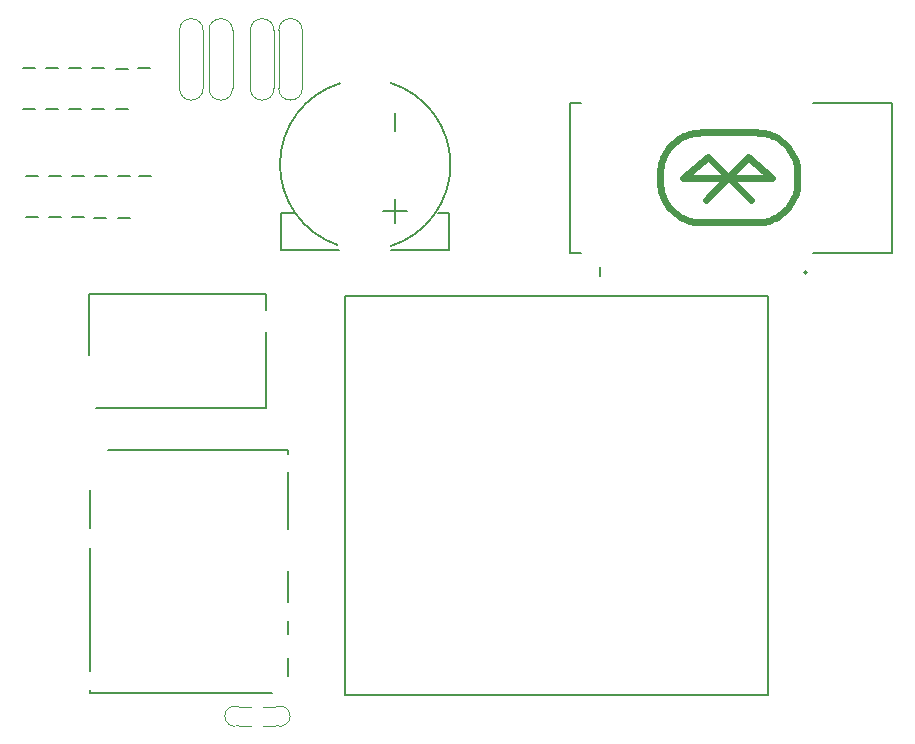
<source format=gbo>
G04 #@! TF.GenerationSoftware,KiCad,Pcbnew,8.0.2-8.0.2-0~ubuntu22.04.1*
G04 #@! TF.CreationDate,2024-05-29T14:04:05+00:00*
G04 #@! TF.ProjectId,PROLT,50524f4c-542e-46b6-9963-61645f706362,rev?*
G04 #@! TF.SameCoordinates,Original*
G04 #@! TF.FileFunction,Legend,Bot*
G04 #@! TF.FilePolarity,Positive*
%FSLAX46Y46*%
G04 Gerber Fmt 4.6, Leading zero omitted, Abs format (unit mm)*
G04 Created by KiCad (PCBNEW 8.0.2-8.0.2-0~ubuntu22.04.1) date 2024-05-29 14:04:05*
%MOMM*%
%LPD*%
G01*
G04 APERTURE LIST*
%ADD10C,0.120000*%
%ADD11C,0.200000*%
%ADD12C,0.099060*%
%ADD13C,0.631031*%
%ADD14C,0.150012*%
G04 APERTURE END LIST*
D10*
G04 #@! TO.C,F7*
X27750000Y55450000D02*
X27750000Y60300000D01*
X29750000Y55450000D02*
X29750000Y60300000D01*
X27750000Y60300000D02*
G75*
G02*
X29750000Y60300000I1000000J0D01*
G01*
X29750000Y55400000D02*
G75*
G02*
X27750000Y55400000I-1000000J0D01*
G01*
D11*
G04 #@! TO.C,M1*
X33350000Y4050000D02*
X33350000Y37850010D01*
X69149990Y37850010D02*
X33350000Y37850010D01*
X69149990Y4050000D02*
X33350000Y4050000D01*
X69149990Y4050000D02*
X69149990Y37850010D01*
D10*
G04 #@! TO.C,F5*
X21850000Y55450000D02*
X21850000Y60300000D01*
X23850000Y55450000D02*
X23850000Y60300000D01*
X21850000Y60300000D02*
G75*
G02*
X23850000Y60300000I1000000J0D01*
G01*
X23850000Y55400000D02*
G75*
G02*
X21850000Y55400000I-1000000J0D01*
G01*
D12*
G04 #@! TO.C,R16*
X24426000Y1450000D02*
X25442000Y1450000D01*
X25442000Y3050000D02*
X24426000Y3050000D01*
X26458000Y1450000D02*
X27474000Y1450000D01*
X27474000Y3050000D02*
X26458000Y3050000D01*
D10*
X24371000Y1448362D02*
G75*
G02*
X24375000Y3050000I-326000J801638D01*
G01*
X27525000Y3050000D02*
G75*
G02*
X27533602Y1446505I330000J-800000D01*
G01*
G04 #@! TO.C,F4*
X19350000Y55450000D02*
X19350000Y60300000D01*
X21350000Y55450000D02*
X21350000Y60300000D01*
X19350000Y60300000D02*
G75*
G02*
X21350000Y60300000I1000000J0D01*
G01*
X21350000Y55400000D02*
G75*
G02*
X19350000Y55400000I-1000000J0D01*
G01*
G04 #@! TO.C,F6*
X25350000Y55450000D02*
X25350000Y60300000D01*
X27350000Y55450000D02*
X27350000Y60300000D01*
X25350000Y60300000D02*
G75*
G02*
X27350000Y60300000I1000000J0D01*
G01*
X27350000Y55400000D02*
G75*
G02*
X25350000Y55400000I-1000000J0D01*
G01*
D11*
G04 #@! TO.C,M2*
X11712500Y37950000D02*
X11712500Y32850000D01*
X12312500Y28350000D02*
X26712500Y28350000D01*
X26712500Y37950000D02*
X11712500Y37950000D01*
X26712500Y37950000D02*
X26712500Y36650000D01*
X26712500Y28350000D02*
X26712500Y34750000D01*
G04 #@! TO.C,M3*
X11774999Y18174999D02*
X11774999Y21375002D01*
X11774999Y6074999D02*
X11774999Y16475001D01*
X11774999Y4174999D02*
X11774999Y4474999D01*
X11774999Y4174999D02*
X27174999Y4174999D01*
X13274999Y24774997D02*
X28574998Y24774999D01*
X28574996Y18075001D02*
X28574996Y22875001D01*
X28574996Y11874999D02*
X28574996Y14574999D01*
X28574996Y9175001D02*
X28574996Y10275004D01*
X28574996Y5624999D02*
X28575001Y7174999D01*
X28574998Y24475001D02*
X28574998Y24774999D01*
G04 #@! TO.C,C6*
X14950079Y53664993D02*
X13950079Y53664993D01*
G04 #@! TO.C,C11*
X11000015Y53650000D02*
X10000015Y53650000D01*
G04 #@! TO.C,C4*
X10000015Y57080002D02*
X11000015Y57080002D01*
G04 #@! TO.C,C18*
X10250000Y47950000D02*
X11250000Y47950000D01*
G04 #@! TO.C,U1*
X52425000Y54162500D02*
X53355000Y54162500D01*
X52425000Y41462500D02*
X52425000Y54162500D01*
X53355000Y41462500D02*
X52425000Y41462500D01*
D13*
X60044751Y48198500D02*
X60044751Y48198500D01*
X60044751Y48198500D02*
X60044751Y47507937D01*
X60044751Y47507937D02*
X60044751Y47507937D01*
X60044751Y47507937D02*
X60049259Y47329644D01*
X60049259Y48376794D02*
X60044751Y48198500D01*
X60049259Y47329644D02*
X60062639Y47153690D01*
X60062639Y48552747D02*
X60049259Y48376794D01*
X60062639Y47153690D02*
X60084673Y46980295D01*
X60084673Y48726143D02*
X60062639Y48552747D01*
X60084673Y46980295D02*
X60115142Y46809676D01*
X60115142Y48896762D02*
X60084673Y48726143D01*
X60115142Y46809676D02*
X60153830Y46642050D01*
X60153830Y49064387D02*
X60115142Y48896762D01*
X60153830Y46642050D02*
X60200518Y46477636D01*
X60200518Y49228801D02*
X60153830Y49064387D01*
X60200518Y46477636D02*
X60254989Y46316651D01*
X60254989Y49389787D02*
X60200518Y49228801D01*
X60254989Y46316651D02*
X60317026Y46159313D01*
X60317026Y49547125D02*
X60254989Y49389787D01*
X60317026Y46159313D02*
X60386410Y46005839D01*
X60386410Y49700599D02*
X60317026Y49547125D01*
X60386410Y46005839D02*
X60462924Y45856447D01*
X60462924Y49849991D02*
X60386410Y49700599D01*
X60462924Y45856447D02*
X60546350Y45711355D01*
X60546350Y49995083D02*
X60462924Y49849991D01*
X60546350Y45711355D02*
X60636471Y45570780D01*
X60636471Y50135657D02*
X60546350Y49995083D01*
X60636471Y45570780D02*
X60733068Y45434941D01*
X60733068Y50271497D02*
X60636471Y50135657D01*
X60733068Y45434941D02*
X60835924Y45304055D01*
X60835924Y50402383D02*
X60733068Y50271497D01*
X60835924Y45304055D02*
X60944822Y45178339D01*
X60944822Y50528099D02*
X60835924Y50402383D01*
X60944822Y45178339D02*
X61059544Y45058012D01*
X61059544Y50648426D02*
X60944822Y50528099D01*
X61059544Y45058012D02*
X61179871Y44943290D01*
X61179871Y50763148D02*
X61059544Y50648426D01*
X61179871Y44943290D02*
X61305587Y44834392D01*
X61305587Y50872046D02*
X61179871Y50763148D01*
X61305587Y44834392D02*
X61436473Y44731536D01*
X61436473Y50974902D02*
X61305587Y50872046D01*
X61436473Y44731536D02*
X61572312Y44634938D01*
X61572312Y51071499D02*
X61436473Y50974902D01*
X61572312Y44634938D02*
X61712887Y44544818D01*
X61712887Y51161620D02*
X61572312Y51071499D01*
X61712887Y44544818D02*
X61857979Y44461392D01*
X61857979Y51245046D02*
X61712887Y51161620D01*
X61857979Y44461392D02*
X62007371Y44384878D01*
X61961657Y47793687D02*
X61961657Y47793687D01*
X61961657Y47793687D02*
X69534031Y47793687D01*
X62007371Y51321560D02*
X61857979Y51245046D01*
X62007371Y44384878D02*
X62160844Y44315494D01*
X62160844Y51390944D02*
X62007371Y51321560D01*
X62160844Y44315494D02*
X62318183Y44253457D01*
X62318183Y51452981D02*
X62160844Y51390944D01*
X62318183Y44253457D02*
X62479168Y44198986D01*
X62479168Y51507452D02*
X62318183Y51452981D01*
X62479168Y44198986D02*
X62643582Y44152298D01*
X62643582Y51554140D02*
X62479168Y51507452D01*
X62643582Y44152298D02*
X62811208Y44113610D01*
X62811208Y51592828D02*
X62643582Y51554140D01*
X62811208Y44113610D02*
X62981827Y44083140D01*
X62981827Y51623297D02*
X62811208Y51592828D01*
X62981827Y44083140D02*
X63155222Y44061107D01*
X63155222Y51645331D02*
X62981827Y51623297D01*
X63155222Y44061107D02*
X63331175Y44047727D01*
X63331175Y51658711D02*
X63155222Y51645331D01*
X63331175Y44047727D02*
X63509469Y44043219D01*
X63509469Y51663219D02*
X63331175Y51658711D01*
X63509469Y51663219D02*
X63509469Y51663219D01*
X63509469Y44043219D02*
X63509469Y44043219D01*
X63509469Y44043219D02*
X68200532Y44043219D01*
X64080969Y49543906D02*
X61961657Y47793687D01*
X64080969Y49543906D02*
X64080969Y49543906D01*
X67509969Y49543906D02*
X63950000Y45912500D01*
X67509969Y49543906D02*
X67509969Y49543906D01*
X67736188Y45912500D02*
X64080969Y49543906D01*
X68200532Y51663219D02*
X63509469Y51663219D01*
X68200532Y51663219D02*
X68200532Y51663219D01*
X68200532Y44043219D02*
X68200532Y44043219D01*
X68200532Y44043219D02*
X68378825Y44047727D01*
X68378825Y51658711D02*
X68200532Y51663219D01*
X68378825Y44047727D02*
X68554779Y44061107D01*
X68554779Y51645331D02*
X68378825Y51658711D01*
X68554779Y44061107D02*
X68728174Y44083140D01*
X68728174Y51623297D02*
X68554779Y51645331D01*
X68728174Y44083140D02*
X68898793Y44113610D01*
X68898793Y51592828D02*
X68728174Y51623297D01*
X68898793Y44113610D02*
X69066419Y44152298D01*
X69066419Y51554140D02*
X68898793Y51592828D01*
X69066419Y44152298D02*
X69230833Y44198986D01*
X69230833Y51507452D02*
X69066419Y51554140D01*
X69230833Y44198986D02*
X69391818Y44253457D01*
X69391818Y51452981D02*
X69230833Y51507452D01*
X69391818Y44253457D02*
X69549156Y44315494D01*
X69534031Y47793687D02*
X67509969Y49543906D01*
X69534031Y47793687D02*
X69534031Y47793687D01*
X69549156Y51390944D02*
X69391818Y51452981D01*
X69549156Y44315494D02*
X69702630Y44384878D01*
X69702630Y51321560D02*
X69549156Y51390944D01*
X69702630Y44384878D02*
X69852022Y44461392D01*
X69852022Y51245046D02*
X69702630Y51321560D01*
X69852022Y44461392D02*
X69997114Y44544818D01*
X69997114Y51161620D02*
X69852022Y51245046D01*
X69997114Y44544818D02*
X70137689Y44634938D01*
X70137689Y51071499D02*
X69997114Y51161620D01*
X70137689Y44634938D02*
X70273528Y44731536D01*
X70273528Y50974902D02*
X70137689Y51071499D01*
X70273528Y44731536D02*
X70404414Y44834392D01*
X70404414Y50872046D02*
X70273528Y50974902D01*
X70404414Y44834392D02*
X70530130Y44943290D01*
X70530130Y50763148D02*
X70404414Y50872046D01*
X70530130Y44943290D02*
X70650457Y45058012D01*
X70650457Y50648426D02*
X70530130Y50763148D01*
X70650457Y45058012D02*
X70765179Y45178339D01*
X70765179Y50528099D02*
X70650457Y50648426D01*
X70765179Y45178339D02*
X70874077Y45304055D01*
X70874077Y50402383D02*
X70765179Y50528099D01*
X70874077Y45304055D02*
X70976933Y45434941D01*
X70976933Y50271497D02*
X70874077Y50402383D01*
X70976933Y45434941D02*
X71073531Y45570780D01*
X71073531Y50135657D02*
X70976933Y50271497D01*
X71073531Y45570780D02*
X71163651Y45711355D01*
X71163651Y49995083D02*
X71073531Y50135657D01*
X71163651Y45711355D02*
X71247077Y45856447D01*
X71247077Y49849991D02*
X71163651Y49995083D01*
X71247077Y45856447D02*
X71323591Y46005839D01*
X71323591Y49700599D02*
X71247077Y49849991D01*
X71323591Y46005839D02*
X71392975Y46159313D01*
X71392975Y49547125D02*
X71323591Y49700599D01*
X71392975Y46159313D02*
X71455012Y46316651D01*
X71455012Y49389787D02*
X71392975Y49547125D01*
X71455012Y46316651D02*
X71509483Y46477636D01*
X71509483Y49228801D02*
X71455012Y49389787D01*
X71509483Y46477636D02*
X71556171Y46642050D01*
X71556171Y49064387D02*
X71509483Y49228801D01*
X71556171Y46642050D02*
X71594859Y46809676D01*
X71594859Y48896762D02*
X71556171Y49064387D01*
X71594859Y46809676D02*
X71625329Y46980295D01*
X71625329Y48726143D02*
X71594859Y48896762D01*
X71625329Y46980295D02*
X71647362Y47153690D01*
X71647362Y48552747D02*
X71625329Y48726143D01*
X71647362Y47153690D02*
X71660742Y47329644D01*
X71660742Y48376794D02*
X71647362Y48552747D01*
X71660742Y47329644D02*
X71665250Y47507937D01*
X71665250Y48198500D02*
X71660742Y48376794D01*
X71665250Y48198500D02*
X71665250Y48198500D01*
X71665250Y47507937D02*
X71665250Y48198500D01*
X71665250Y47507937D02*
X71665250Y47507937D01*
X71665250Y47507937D02*
X71665250Y47507937D01*
D11*
X72995000Y41462500D02*
X79675000Y41462500D01*
X79675000Y54162500D02*
X72995000Y54162500D01*
X79675000Y41462500D02*
X79675000Y54162500D01*
X72450000Y39812500D02*
G75*
G02*
X72250000Y39812500I-100000J0D01*
G01*
X72250000Y39812500D02*
G75*
G02*
X72450000Y39812500I100000J0D01*
G01*
G04 #@! TO.C,C28*
X54950000Y39500014D02*
X54950000Y40249999D01*
G04 #@! TO.C,C25*
X11250000Y44519998D02*
X10250000Y44519998D01*
G04 #@! TO.C,C24*
X9300015Y44519998D02*
X8300015Y44519998D01*
G04 #@! TO.C,C9*
X7100045Y53650000D02*
X6100045Y53650000D01*
G04 #@! TO.C,C12*
X12950000Y53650000D02*
X11950000Y53650000D01*
G04 #@! TO.C,C10*
X9050030Y53650000D02*
X8050030Y53650000D01*
G04 #@! TO.C,C8*
X15850079Y57080002D02*
X16850079Y57080002D01*
G04 #@! TO.C,C16*
X6350030Y47950000D02*
X7350030Y47950000D01*
G04 #@! TO.C,C23*
X7350030Y44519998D02*
X6350030Y44519998D01*
G04 #@! TO.C,C20*
X14149970Y47950000D02*
X15149970Y47950000D01*
D14*
G04 #@! TO.C,BT1*
X27938000Y44885890D02*
X29138302Y44885890D01*
X27938000Y41729864D02*
X27938000Y44885890D01*
X27938000Y41729864D02*
X32818889Y41729864D01*
X36574000Y45038316D02*
X38606000Y45038316D01*
X37281110Y41729864D02*
X42162000Y41729864D01*
X37590000Y51769316D02*
X37590000Y53293316D01*
X37590000Y44022316D02*
X37590000Y46054316D01*
X41220600Y44885890D02*
X42162000Y44885890D01*
X42162000Y41729864D02*
X42162000Y44885890D01*
X32752548Y42134487D02*
G75*
G02*
X32926081Y55821406I2297434J6815431D01*
G01*
X37204049Y55867531D02*
G75*
G02*
X37225107Y42038883I-2154015J-6917620D01*
G01*
D11*
G04 #@! TO.C,C15*
X15150000Y44450000D02*
X14150000Y44450000D01*
G04 #@! TO.C,C22*
X15950000Y47950000D02*
X16950000Y47950000D01*
G04 #@! TO.C,C19*
X12199985Y47950000D02*
X13199985Y47950000D01*
G04 #@! TO.C,C21*
X13150000Y44450000D02*
X12150000Y44450000D01*
G04 #@! TO.C,C2*
X6100045Y57080002D02*
X7100045Y57080002D01*
G04 #@! TO.C,C5*
X11950000Y57080002D02*
X12950000Y57080002D01*
G04 #@! TO.C,C3*
X8050030Y57080002D02*
X9050030Y57080002D01*
G04 #@! TO.C,C7*
X13950079Y57064993D02*
X14950079Y57064993D01*
G04 #@! TO.C,C17*
X8300015Y47950000D02*
X9300015Y47950000D01*
G04 #@! TD*
M02*

</source>
